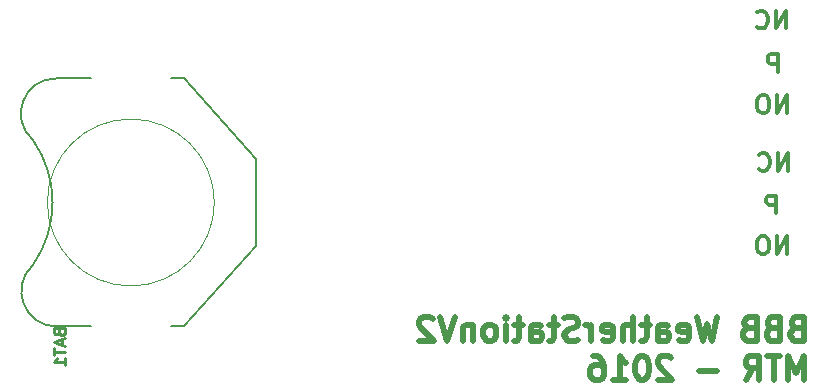
<source format=gbo>
G04 #@! TF.FileFunction,Legend,Bot*
%FSLAX46Y46*%
G04 Gerber Fmt 4.6, Leading zero omitted, Abs format (unit mm)*
G04 Created by KiCad (PCBNEW 4.0.2-stable) date 8/22/2016 2:14:48 PM*
%MOMM*%
G01*
G04 APERTURE LIST*
%ADD10C,0.100000*%
%ADD11C,0.300000*%
%ADD12C,0.500000*%
%ADD13C,0.203200*%
%ADD14C,0.101600*%
%ADD15C,0.250000*%
%ADD16C,2.686000*%
%ADD17R,6.468060X3.468060*%
%ADD18R,6.468060X6.468060*%
%ADD19R,6.468060X3.400000*%
%ADD20R,2.127200X2.432000*%
%ADD21O,2.127200X2.432000*%
%ADD22C,2.800000*%
%ADD23R,2.800000X2.800000*%
%ADD24R,1.700000X1.700000*%
%ADD25C,1.700000*%
%ADD26C,2.398980*%
%ADD27R,2.398980X2.398980*%
%ADD28C,2.432000*%
%ADD29C,2.900000*%
%ADD30C,1.924000*%
%ADD31C,4.400000*%
%ADD32C,4.591000*%
%ADD33R,2.432000X2.127200*%
%ADD34O,2.432000X2.127200*%
G04 APERTURE END LIST*
D10*
D11*
X136718571Y-84328571D02*
X136718571Y-82828571D01*
X135861428Y-84328571D01*
X135861428Y-82828571D01*
X134289999Y-84185714D02*
X134361428Y-84257143D01*
X134575714Y-84328571D01*
X134718571Y-84328571D01*
X134932856Y-84257143D01*
X135075714Y-84114286D01*
X135147142Y-83971429D01*
X135218571Y-83685714D01*
X135218571Y-83471429D01*
X135147142Y-83185714D01*
X135075714Y-83042857D01*
X134932856Y-82900000D01*
X134718571Y-82828571D01*
X134575714Y-82828571D01*
X134361428Y-82900000D01*
X134289999Y-82971429D01*
X136888571Y-96388571D02*
X136888571Y-94888571D01*
X136031428Y-96388571D01*
X136031428Y-94888571D01*
X134459999Y-96245714D02*
X134531428Y-96317143D01*
X134745714Y-96388571D01*
X134888571Y-96388571D01*
X135102856Y-96317143D01*
X135245714Y-96174286D01*
X135317142Y-96031429D01*
X135388571Y-95745714D01*
X135388571Y-95531429D01*
X135317142Y-95245714D01*
X135245714Y-95102857D01*
X135102856Y-94960000D01*
X134888571Y-94888571D01*
X134745714Y-94888571D01*
X134531428Y-94960000D01*
X134459999Y-95031429D01*
X136042857Y-88018571D02*
X136042857Y-86518571D01*
X135471429Y-86518571D01*
X135328571Y-86590000D01*
X135257143Y-86661429D01*
X135185714Y-86804286D01*
X135185714Y-87018571D01*
X135257143Y-87161429D01*
X135328571Y-87232857D01*
X135471429Y-87304286D01*
X136042857Y-87304286D01*
X135902857Y-99978571D02*
X135902857Y-98478571D01*
X135331429Y-98478571D01*
X135188571Y-98550000D01*
X135117143Y-98621429D01*
X135045714Y-98764286D01*
X135045714Y-98978571D01*
X135117143Y-99121429D01*
X135188571Y-99192857D01*
X135331429Y-99264286D01*
X135902857Y-99264286D01*
X136804286Y-103438571D02*
X136804286Y-101938571D01*
X135947143Y-103438571D01*
X135947143Y-101938571D01*
X134947143Y-101938571D02*
X134661429Y-101938571D01*
X134518571Y-102010000D01*
X134375714Y-102152857D01*
X134304286Y-102438571D01*
X134304286Y-102938571D01*
X134375714Y-103224286D01*
X134518571Y-103367143D01*
X134661429Y-103438571D01*
X134947143Y-103438571D01*
X135090000Y-103367143D01*
X135232857Y-103224286D01*
X135304286Y-102938571D01*
X135304286Y-102438571D01*
X135232857Y-102152857D01*
X135090000Y-102010000D01*
X134947143Y-101938571D01*
X136834286Y-91488571D02*
X136834286Y-89988571D01*
X135977143Y-91488571D01*
X135977143Y-89988571D01*
X134977143Y-89988571D02*
X134691429Y-89988571D01*
X134548571Y-90060000D01*
X134405714Y-90202857D01*
X134334286Y-90488571D01*
X134334286Y-90988571D01*
X134405714Y-91274286D01*
X134548571Y-91417143D01*
X134691429Y-91488571D01*
X134977143Y-91488571D01*
X135120000Y-91417143D01*
X135262857Y-91274286D01*
X135334286Y-90988571D01*
X135334286Y-90488571D01*
X135262857Y-90202857D01*
X135120000Y-90060000D01*
X134977143Y-89988571D01*
D12*
X137607143Y-109717143D02*
X137321429Y-109812381D01*
X137226190Y-109907619D01*
X137130952Y-110098095D01*
X137130952Y-110383810D01*
X137226190Y-110574286D01*
X137321429Y-110669524D01*
X137511905Y-110764762D01*
X138273810Y-110764762D01*
X138273810Y-108764762D01*
X137607143Y-108764762D01*
X137416667Y-108860000D01*
X137321429Y-108955238D01*
X137226190Y-109145714D01*
X137226190Y-109336190D01*
X137321429Y-109526667D01*
X137416667Y-109621905D01*
X137607143Y-109717143D01*
X138273810Y-109717143D01*
X135607143Y-109717143D02*
X135321429Y-109812381D01*
X135226190Y-109907619D01*
X135130952Y-110098095D01*
X135130952Y-110383810D01*
X135226190Y-110574286D01*
X135321429Y-110669524D01*
X135511905Y-110764762D01*
X136273810Y-110764762D01*
X136273810Y-108764762D01*
X135607143Y-108764762D01*
X135416667Y-108860000D01*
X135321429Y-108955238D01*
X135226190Y-109145714D01*
X135226190Y-109336190D01*
X135321429Y-109526667D01*
X135416667Y-109621905D01*
X135607143Y-109717143D01*
X136273810Y-109717143D01*
X133607143Y-109717143D02*
X133321429Y-109812381D01*
X133226190Y-109907619D01*
X133130952Y-110098095D01*
X133130952Y-110383810D01*
X133226190Y-110574286D01*
X133321429Y-110669524D01*
X133511905Y-110764762D01*
X134273810Y-110764762D01*
X134273810Y-108764762D01*
X133607143Y-108764762D01*
X133416667Y-108860000D01*
X133321429Y-108955238D01*
X133226190Y-109145714D01*
X133226190Y-109336190D01*
X133321429Y-109526667D01*
X133416667Y-109621905D01*
X133607143Y-109717143D01*
X134273810Y-109717143D01*
X130940476Y-108764762D02*
X130464285Y-110764762D01*
X130083333Y-109336190D01*
X129702380Y-110764762D01*
X129226190Y-108764762D01*
X127702381Y-110669524D02*
X127892857Y-110764762D01*
X128273809Y-110764762D01*
X128464286Y-110669524D01*
X128559524Y-110479048D01*
X128559524Y-109717143D01*
X128464286Y-109526667D01*
X128273809Y-109431429D01*
X127892857Y-109431429D01*
X127702381Y-109526667D01*
X127607143Y-109717143D01*
X127607143Y-109907619D01*
X128559524Y-110098095D01*
X125892857Y-110764762D02*
X125892857Y-109717143D01*
X125988095Y-109526667D01*
X126178571Y-109431429D01*
X126559523Y-109431429D01*
X126750000Y-109526667D01*
X125892857Y-110669524D02*
X126083333Y-110764762D01*
X126559523Y-110764762D01*
X126750000Y-110669524D01*
X126845238Y-110479048D01*
X126845238Y-110288571D01*
X126750000Y-110098095D01*
X126559523Y-110002857D01*
X126083333Y-110002857D01*
X125892857Y-109907619D01*
X125226190Y-109431429D02*
X124464285Y-109431429D01*
X124940476Y-108764762D02*
X124940476Y-110479048D01*
X124845237Y-110669524D01*
X124654761Y-110764762D01*
X124464285Y-110764762D01*
X123797619Y-110764762D02*
X123797619Y-108764762D01*
X122940476Y-110764762D02*
X122940476Y-109717143D01*
X123035714Y-109526667D01*
X123226190Y-109431429D01*
X123511904Y-109431429D01*
X123702380Y-109526667D01*
X123797619Y-109621905D01*
X121226190Y-110669524D02*
X121416666Y-110764762D01*
X121797618Y-110764762D01*
X121988095Y-110669524D01*
X122083333Y-110479048D01*
X122083333Y-109717143D01*
X121988095Y-109526667D01*
X121797618Y-109431429D01*
X121416666Y-109431429D01*
X121226190Y-109526667D01*
X121130952Y-109717143D01*
X121130952Y-109907619D01*
X122083333Y-110098095D01*
X120273809Y-110764762D02*
X120273809Y-109431429D01*
X120273809Y-109812381D02*
X120178570Y-109621905D01*
X120083332Y-109526667D01*
X119892856Y-109431429D01*
X119702380Y-109431429D01*
X119130952Y-110669524D02*
X118845237Y-110764762D01*
X118369047Y-110764762D01*
X118178571Y-110669524D01*
X118083333Y-110574286D01*
X117988094Y-110383810D01*
X117988094Y-110193333D01*
X118083333Y-110002857D01*
X118178571Y-109907619D01*
X118369047Y-109812381D01*
X118749999Y-109717143D01*
X118940475Y-109621905D01*
X119035714Y-109526667D01*
X119130952Y-109336190D01*
X119130952Y-109145714D01*
X119035714Y-108955238D01*
X118940475Y-108860000D01*
X118749999Y-108764762D01*
X118273809Y-108764762D01*
X117988094Y-108860000D01*
X117416666Y-109431429D02*
X116654761Y-109431429D01*
X117130952Y-108764762D02*
X117130952Y-110479048D01*
X117035713Y-110669524D01*
X116845237Y-110764762D01*
X116654761Y-110764762D01*
X115130952Y-110764762D02*
X115130952Y-109717143D01*
X115226190Y-109526667D01*
X115416666Y-109431429D01*
X115797618Y-109431429D01*
X115988095Y-109526667D01*
X115130952Y-110669524D02*
X115321428Y-110764762D01*
X115797618Y-110764762D01*
X115988095Y-110669524D01*
X116083333Y-110479048D01*
X116083333Y-110288571D01*
X115988095Y-110098095D01*
X115797618Y-110002857D01*
X115321428Y-110002857D01*
X115130952Y-109907619D01*
X114464285Y-109431429D02*
X113702380Y-109431429D01*
X114178571Y-108764762D02*
X114178571Y-110479048D01*
X114083332Y-110669524D01*
X113892856Y-110764762D01*
X113702380Y-110764762D01*
X113035714Y-110764762D02*
X113035714Y-109431429D01*
X113035714Y-108764762D02*
X113130952Y-108860000D01*
X113035714Y-108955238D01*
X112940475Y-108860000D01*
X113035714Y-108764762D01*
X113035714Y-108955238D01*
X111797618Y-110764762D02*
X111988094Y-110669524D01*
X112083333Y-110574286D01*
X112178571Y-110383810D01*
X112178571Y-109812381D01*
X112083333Y-109621905D01*
X111988094Y-109526667D01*
X111797618Y-109431429D01*
X111511904Y-109431429D01*
X111321428Y-109526667D01*
X111226190Y-109621905D01*
X111130952Y-109812381D01*
X111130952Y-110383810D01*
X111226190Y-110574286D01*
X111321428Y-110669524D01*
X111511904Y-110764762D01*
X111797618Y-110764762D01*
X110273809Y-109431429D02*
X110273809Y-110764762D01*
X110273809Y-109621905D02*
X110178570Y-109526667D01*
X109988094Y-109431429D01*
X109702380Y-109431429D01*
X109511904Y-109526667D01*
X109416666Y-109717143D01*
X109416666Y-110764762D01*
X108749999Y-108764762D02*
X108083332Y-110764762D01*
X107416665Y-108764762D01*
X106845237Y-108955238D02*
X106749999Y-108860000D01*
X106559522Y-108764762D01*
X106083332Y-108764762D01*
X105892856Y-108860000D01*
X105797618Y-108955238D01*
X105702379Y-109145714D01*
X105702379Y-109336190D01*
X105797618Y-109621905D01*
X106940475Y-110764762D01*
X105702379Y-110764762D01*
X138273810Y-114064762D02*
X138273810Y-112064762D01*
X137607143Y-113493333D01*
X136940476Y-112064762D01*
X136940476Y-114064762D01*
X136273810Y-112064762D02*
X135130953Y-112064762D01*
X135702381Y-114064762D02*
X135702381Y-112064762D01*
X133321428Y-114064762D02*
X133988095Y-113112381D01*
X134464286Y-114064762D02*
X134464286Y-112064762D01*
X133702381Y-112064762D01*
X133511905Y-112160000D01*
X133416666Y-112255238D01*
X133321428Y-112445714D01*
X133321428Y-112731429D01*
X133416666Y-112921905D01*
X133511905Y-113017143D01*
X133702381Y-113112381D01*
X134464286Y-113112381D01*
X130940476Y-113302857D02*
X129416666Y-113302857D01*
X127035714Y-112255238D02*
X126940476Y-112160000D01*
X126749999Y-112064762D01*
X126273809Y-112064762D01*
X126083333Y-112160000D01*
X125988095Y-112255238D01*
X125892856Y-112445714D01*
X125892856Y-112636190D01*
X125988095Y-112921905D01*
X127130952Y-114064762D01*
X125892856Y-114064762D01*
X124654761Y-112064762D02*
X124464285Y-112064762D01*
X124273809Y-112160000D01*
X124178571Y-112255238D01*
X124083333Y-112445714D01*
X123988094Y-112826667D01*
X123988094Y-113302857D01*
X124083333Y-113683810D01*
X124178571Y-113874286D01*
X124273809Y-113969524D01*
X124464285Y-114064762D01*
X124654761Y-114064762D01*
X124845237Y-113969524D01*
X124940475Y-113874286D01*
X125035714Y-113683810D01*
X125130952Y-113302857D01*
X125130952Y-112826667D01*
X125035714Y-112445714D01*
X124940475Y-112255238D01*
X124845237Y-112160000D01*
X124654761Y-112064762D01*
X122083332Y-114064762D02*
X123226190Y-114064762D01*
X122654761Y-114064762D02*
X122654761Y-112064762D01*
X122845237Y-112350476D01*
X123035713Y-112540952D01*
X123226190Y-112636190D01*
X120369047Y-112064762D02*
X120749999Y-112064762D01*
X120940475Y-112160000D01*
X121035713Y-112255238D01*
X121226190Y-112540952D01*
X121321428Y-112921905D01*
X121321428Y-113683810D01*
X121226190Y-113874286D01*
X121130951Y-113969524D01*
X120940475Y-114064762D01*
X120559523Y-114064762D01*
X120369047Y-113969524D01*
X120273809Y-113874286D01*
X120178570Y-113683810D01*
X120178570Y-113207619D01*
X120273809Y-113017143D01*
X120369047Y-112921905D01*
X120559523Y-112826667D01*
X120940475Y-112826667D01*
X121130951Y-112921905D01*
X121226190Y-113017143D01*
X121321428Y-113207619D01*
D13*
X91848940Y-95361760D02*
X91848940Y-102758240D01*
X91848940Y-95361760D02*
X85778340Y-88562180D01*
X91848940Y-102758240D02*
X85778340Y-109557820D01*
X85778340Y-109557820D02*
X84678520Y-109557820D01*
X85778340Y-88562180D02*
X84678520Y-88562180D01*
X74980800Y-88562180D02*
X77881480Y-88562180D01*
X74980800Y-109557820D02*
X77881480Y-109557820D01*
D14*
X88349258Y-99060000D02*
G75*
G03X88349258Y-99060000I-7069258J0D01*
G01*
D13*
X72989583Y-93772668D02*
G75*
G02X72981820Y-104358440I-7576963J-5287332D01*
G01*
X72981947Y-93760185D02*
G75*
G02X74980800Y-88562180I1955673J2231285D01*
G01*
X74976163Y-109560563D02*
G75*
G02X72981820Y-104358440I30037J2994863D01*
G01*
D15*
X75208571Y-110025715D02*
X75256190Y-110168572D01*
X75303810Y-110216191D01*
X75399048Y-110263810D01*
X75541905Y-110263810D01*
X75637143Y-110216191D01*
X75684762Y-110168572D01*
X75732381Y-110073334D01*
X75732381Y-109692381D01*
X74732381Y-109692381D01*
X74732381Y-110025715D01*
X74780000Y-110120953D01*
X74827619Y-110168572D01*
X74922857Y-110216191D01*
X75018095Y-110216191D01*
X75113333Y-110168572D01*
X75160952Y-110120953D01*
X75208571Y-110025715D01*
X75208571Y-109692381D01*
X75446667Y-110644762D02*
X75446667Y-111120953D01*
X75732381Y-110549524D02*
X74732381Y-110882857D01*
X75732381Y-111216191D01*
X74732381Y-111406667D02*
X74732381Y-111978096D01*
X75732381Y-111692381D02*
X74732381Y-111692381D01*
X75732381Y-112835239D02*
X75732381Y-112263810D01*
X75732381Y-112549524D02*
X74732381Y-112549524D01*
X74875238Y-112454286D01*
X74970476Y-112359048D01*
X75018095Y-112263810D01*
%LPC*%
D16*
X114610000Y-84180000D03*
X124770000Y-91800000D03*
X132390000Y-91800000D03*
X129850000Y-84180000D03*
X114610000Y-91800000D03*
D17*
X81280000Y-88060000D03*
D18*
X81280000Y-99060000D03*
D19*
X81280000Y-110060000D03*
D16*
X114610000Y-95550000D03*
X124770000Y-103170000D03*
X132390000Y-103170000D03*
X129850000Y-95550000D03*
X114610000Y-103170000D03*
D20*
X111240000Y-131000000D03*
D21*
X108700000Y-131000000D03*
X106160000Y-131000000D03*
X103620000Y-131000000D03*
X101080000Y-131000000D03*
X98540000Y-131000000D03*
X96000000Y-131000000D03*
D20*
X135240000Y-131000000D03*
D21*
X132700000Y-131000000D03*
X130160000Y-131000000D03*
X127620000Y-131000000D03*
X125080000Y-131000000D03*
X122540000Y-131000000D03*
X120000000Y-131000000D03*
D22*
X138820000Y-99120000D03*
X138820000Y-95620000D03*
D23*
X138820000Y-102620000D03*
D22*
X138820000Y-87130000D03*
X138820000Y-83630000D03*
D23*
X138820000Y-90630000D03*
D24*
X51580000Y-131820000D03*
D25*
X46580000Y-131820000D03*
D26*
X110827460Y-81650000D03*
D27*
X110827460Y-91810000D03*
D26*
X110827460Y-95560000D03*
D27*
X110827460Y-105720000D03*
D28*
X49557580Y-146190000D03*
X46060000Y-146190000D03*
D29*
X96000000Y-143500000D03*
X111240000Y-143500000D03*
X121240000Y-145600000D03*
X134000000Y-145600000D03*
D30*
X81608000Y-136980000D03*
X79068000Y-136980000D03*
X84148000Y-136980000D03*
X77798000Y-134440000D03*
X80338000Y-134440000D03*
X82878000Y-134440000D03*
D31*
X86180000Y-143330000D03*
X76020000Y-143330000D03*
D30*
X64878000Y-136980000D03*
X62338000Y-136980000D03*
X67418000Y-136980000D03*
X61068000Y-134440000D03*
X63608000Y-134440000D03*
X66148000Y-134440000D03*
D31*
X69450000Y-143330000D03*
X59290000Y-143330000D03*
D30*
X67785000Y-76835000D03*
X67785000Y-74295000D03*
X70325000Y-76835000D03*
X70325000Y-74295000D03*
X72865000Y-76835000D03*
X72865000Y-74295000D03*
X75405000Y-76835000D03*
X75405000Y-74295000D03*
X77945000Y-76835000D03*
X77945000Y-74295000D03*
X80485000Y-76835000D03*
X80485000Y-74295000D03*
X83025000Y-76835000D03*
X83025000Y-74295000D03*
X85565000Y-76835000D03*
X85565000Y-74295000D03*
X88105000Y-76835000D03*
X88105000Y-74295000D03*
X90645000Y-76835000D03*
X90645000Y-74295000D03*
X93185000Y-76835000D03*
X93185000Y-74295000D03*
X95725000Y-76835000D03*
X95725000Y-74295000D03*
X98265000Y-76835000D03*
X98265000Y-74295000D03*
X100805000Y-76835000D03*
X100805000Y-74295000D03*
X103345000Y-76835000D03*
X103345000Y-74295000D03*
X105885000Y-76835000D03*
X105885000Y-74295000D03*
X108425000Y-76835000D03*
X108425000Y-74295000D03*
X110965000Y-76835000D03*
X110965000Y-74295000D03*
X113505000Y-76835000D03*
X113505000Y-74295000D03*
X116045000Y-76835000D03*
X116045000Y-74295000D03*
X118585000Y-76835000D03*
X118585000Y-74295000D03*
X121125000Y-76835000D03*
X121125000Y-74295000D03*
X123665000Y-76835000D03*
X123665000Y-74295000D03*
X67785000Y-125095000D03*
X67785000Y-122555000D03*
X70325000Y-125095000D03*
X70325000Y-122555000D03*
X72865000Y-125095000D03*
X72865000Y-122555000D03*
X75405000Y-125095000D03*
X75405000Y-122555000D03*
X77945000Y-125095000D03*
X77945000Y-122555000D03*
X80485000Y-125095000D03*
X80485000Y-122555000D03*
X83025000Y-125095000D03*
X83025000Y-122555000D03*
X85565000Y-125095000D03*
X85565000Y-122555000D03*
X88105000Y-125095000D03*
X88105000Y-122555000D03*
X90645000Y-125095000D03*
X90645000Y-122555000D03*
X93185000Y-125095000D03*
X93185000Y-122555000D03*
X95725000Y-125095000D03*
X95725000Y-122555000D03*
X98265000Y-125095000D03*
X98265000Y-122555000D03*
X100805000Y-125095000D03*
X100805000Y-122555000D03*
X103345000Y-125095000D03*
X103345000Y-122555000D03*
X105885000Y-125095000D03*
X105885000Y-122555000D03*
X108425000Y-125095000D03*
X108425000Y-122555000D03*
X110965000Y-125095000D03*
X110965000Y-122555000D03*
X113505000Y-125095000D03*
X113505000Y-122555000D03*
X116045000Y-125095000D03*
X116045000Y-122555000D03*
X118585000Y-125095000D03*
X118585000Y-122555000D03*
X121125000Y-125095000D03*
X121125000Y-122555000D03*
X123665000Y-125095000D03*
X123665000Y-122555000D03*
X90645000Y-119380000D03*
X93185000Y-119380000D03*
X95725000Y-119380000D03*
X98265000Y-119380000D03*
X100805000Y-119380000D03*
X103345000Y-119380000D03*
D32*
X62705000Y-123825000D03*
X128745000Y-120650000D03*
X128745000Y-78740000D03*
X62705000Y-75565000D03*
D33*
X140740000Y-126230000D03*
D34*
X140740000Y-123690000D03*
X140740000Y-121150000D03*
X140740000Y-118610000D03*
X140740000Y-116070000D03*
X140740000Y-113530000D03*
X140740000Y-110990000D03*
M02*

</source>
